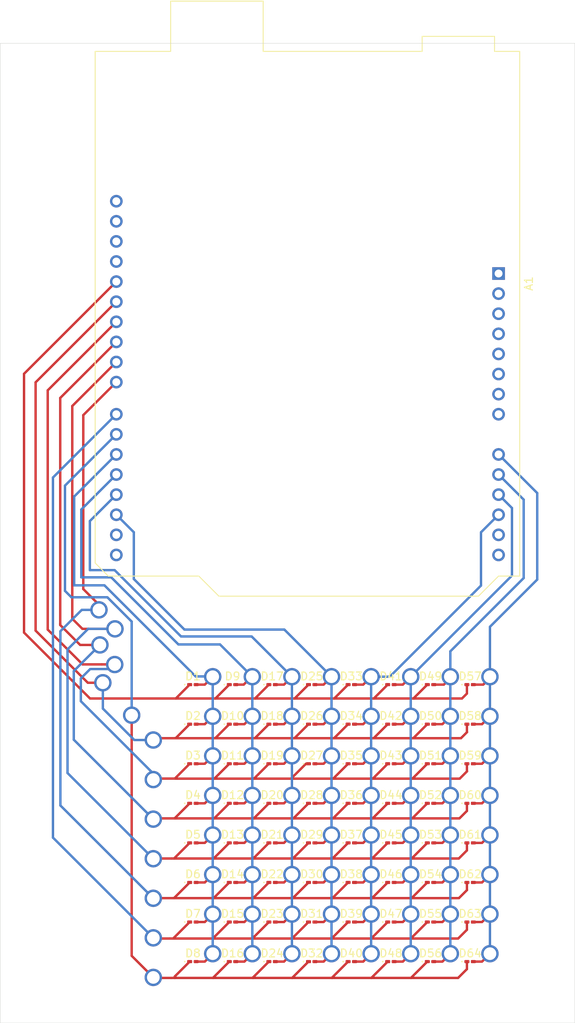
<source format=kicad_pcb>
(kicad_pcb
	(version 20241229)
	(generator "pcbnew")
	(generator_version "9.0")
	(general
		(thickness 1.6)
		(legacy_teardrops no)
	)
	(paper "A4")
	(layers
		(0 "F.Cu" signal)
		(2 "B.Cu" signal)
		(9 "F.Adhes" user "F.Adhesive")
		(11 "B.Adhes" user "B.Adhesive")
		(13 "F.Paste" user)
		(15 "B.Paste" user)
		(5 "F.SilkS" user "F.Silkscreen")
		(7 "B.SilkS" user "B.Silkscreen")
		(1 "F.Mask" user)
		(3 "B.Mask" user)
		(17 "Dwgs.User" user "User.Drawings")
		(19 "Cmts.User" user "User.Comments")
		(21 "Eco1.User" user "User.Eco1")
		(23 "Eco2.User" user "User.Eco2")
		(25 "Edge.Cuts" user)
		(27 "Margin" user)
		(31 "F.CrtYd" user "F.Courtyard")
		(29 "B.CrtYd" user "B.Courtyard")
		(35 "F.Fab" user)
		(33 "B.Fab" user)
		(39 "User.1" user)
		(41 "User.2" user)
		(43 "User.3" user)
		(45 "User.4" user)
	)
	(setup
		(pad_to_mask_clearance 0)
		(allow_soldermask_bridges_in_footprints no)
		(tenting front back)
		(grid_origin 142.62 148.923333)
		(pcbplotparams
			(layerselection 0x00000000_00000000_55555555_5755f5ff)
			(plot_on_all_layers_selection 0x00000000_00000000_00000000_00000000)
			(disableapertmacros no)
			(usegerberextensions no)
			(usegerberattributes yes)
			(usegerberadvancedattributes yes)
			(creategerberjobfile yes)
			(dashed_line_dash_ratio 12.000000)
			(dashed_line_gap_ratio 3.000000)
			(svgprecision 4)
			(plotframeref no)
			(mode 1)
			(useauxorigin no)
			(hpglpennumber 1)
			(hpglpenspeed 20)
			(hpglpendiameter 15.000000)
			(pdf_front_fp_property_popups yes)
			(pdf_back_fp_property_popups yes)
			(pdf_metadata yes)
			(pdf_single_document no)
			(dxfpolygonmode yes)
			(dxfimperialunits yes)
			(dxfusepcbnewfont yes)
			(psnegative no)
			(psa4output no)
			(plot_black_and_white yes)
			(sketchpadsonfab no)
			(plotpadnumbers no)
			(hidednponfab no)
			(sketchdnponfab yes)
			(crossoutdnponfab yes)
			(subtractmaskfromsilk no)
			(outputformat 1)
			(mirror no)
			(drillshape 1)
			(scaleselection 1)
			(outputdirectory "")
		)
	)
	(net 0 "")
	(net 1 "unconnected-(A1-+5V-Pad5)")
	(net 2 "unconnected-(A1-IOREF-Pad2)")
	(net 3 "Net-(A1-A2)")
	(net 4 "unconnected-(A1-GND-Pad7)")
	(net 5 "Net-(A1-D13)")
	(net 6 "unconnected-(A1-VIN-Pad8)")
	(net 7 "unconnected-(A1-D1{slash}TX-Pad16)")
	(net 8 "Net-(A1-D8)")
	(net 9 "unconnected-(A1-SCL{slash}A5-Pad14)")
	(net 10 "Net-(A1-D4)")
	(net 11 "unconnected-(A1-3V3-Pad4)")
	(net 12 "Net-(A1-D3)")
	(net 13 "Net-(A1-D6)")
	(net 14 "unconnected-(A1-D0{slash}RX-Pad15)")
	(net 15 "Net-(A1-D11)")
	(net 16 "Net-(A1-D2)")
	(net 17 "unconnected-(A1-SCL{slash}A5-Pad32)")
	(net 18 "Net-(A1-D7)")
	(net 19 "Net-(A1-D12)")
	(net 20 "unconnected-(A1-AREF-Pad30)")
	(net 21 "Net-(A1-D10)")
	(net 22 "unconnected-(A1-NC-Pad1)")
	(net 23 "Net-(A1-A3)")
	(net 24 "unconnected-(A1-GND-Pad6)")
	(net 25 "Net-(A1-D5)")
	(net 26 "Net-(A1-D9)")
	(net 27 "Net-(A1-A1)")
	(net 28 "unconnected-(A1-GND-Pad29)")
	(net 29 "unconnected-(A1-SDA{slash}A4-Pad31)")
	(net 30 "unconnected-(A1-~{RESET}-Pad3)")
	(net 31 "unconnected-(A1-SDA{slash}A4-Pad13)")
	(net 32 "Net-(A1-A0)")
	(footprint "LED_SMD:LED_0201_0603Metric_Pad0.64x0.40mm_HandSolder" (layer "F.Cu") (at 120 100))
	(footprint "LED_SMD:LED_0201_0603Metric_Pad0.64x0.40mm_HandSolder" (layer "F.Cu") (at 110 125))
	(footprint "LED_SMD:LED_0201_0603Metric_Pad0.64x0.40mm_HandSolder" (layer "F.Cu") (at 120 135))
	(footprint "LED_SMD:LED_0201_0603Metric_Pad0.64x0.40mm_HandSolder" (layer "F.Cu") (at 125 115))
	(footprint "LED_SMD:LED_0201_0603Metric_Pad0.64x0.40mm_HandSolder" (layer "F.Cu") (at 115 135))
	(footprint "LED_SMD:LED_0201_0603Metric_Pad0.64x0.40mm_HandSolder" (layer "F.Cu") (at 105 100))
	(footprint "LED_SMD:LED_0201_0603Metric_Pad0.64x0.40mm_HandSolder" (layer "F.Cu") (at 100 110))
	(footprint "LED_SMD:LED_0201_0603Metric_Pad0.64x0.40mm_HandSolder" (layer "F.Cu") (at 125 120))
	(footprint "LED_SMD:LED_0201_0603Metric_Pad0.64x0.40mm_HandSolder" (layer "F.Cu") (at 135 110))
	(footprint "LED_SMD:LED_0201_0603Metric_Pad0.64x0.40mm_HandSolder" (layer "F.Cu") (at 115 110))
	(footprint "LED_SMD:LED_0201_0603Metric_Pad0.64x0.40mm_HandSolder" (layer "F.Cu") (at 110 110))
	(footprint "LED_SMD:LED_0201_0603Metric_Pad0.64x0.40mm_HandSolder" (layer "F.Cu") (at 115 100))
	(footprint "LED_SMD:LED_0201_0603Metric_Pad0.64x0.40mm_HandSolder" (layer "F.Cu") (at 130 110))
	(footprint "LED_SMD:LED_0201_0603Metric_Pad0.64x0.40mm_HandSolder" (layer "F.Cu") (at 135 135))
	(footprint "LED_SMD:LED_0201_0603Metric_Pad0.64x0.40mm_HandSolder" (layer "F.Cu") (at 120 110))
	(footprint "LED_SMD:LED_0201_0603Metric_Pad0.64x0.40mm_HandSolder" (layer "F.Cu") (at 100 130))
	(footprint "LED_SMD:LED_0201_0603Metric_Pad0.64x0.40mm_HandSolder" (layer "F.Cu") (at 105 120))
	(footprint "LED_SMD:LED_0201_0603Metric_Pad0.64x0.40mm_HandSolder" (layer "F.Cu") (at 130 135))
	(footprint "LED_SMD:LED_0201_0603Metric_Pad0.64x0.40mm_HandSolder" (layer "F.Cu") (at 130 105))
	(footprint "LED_SMD:LED_0201_0603Metric_Pad0.64x0.40mm_HandSolder" (layer "F.Cu") (at 110 105))
	(footprint "LED_SMD:LED_0201_0603Metric_Pad0.64x0.40mm_HandSolder" (layer "F.Cu") (at 105 115))
	(footprint "LED_SMD:LED_0201_0603Metric_Pad0.64x0.40mm_HandSolder" (layer "F.Cu") (at 125 130))
	(footprint "LED_SMD:LED_0201_0603Metric_Pad0.64x0.40mm_HandSolder" (layer "F.Cu") (at 115 125))
	(footprint "LED_SMD:LED_0201_0603Metric_Pad0.64x0.40mm_HandSolder" (layer "F.Cu") (at 115 105))
	(footprint "LED_SMD:LED_0201_0603Metric_Pad0.64x0.40mm_HandSolder" (layer "F.Cu") (at 130 125))
	(footprint "LED_SMD:LED_0201_0603Metric_Pad0.64x0.40mm_HandSolder" (layer "F.Cu") (at 120 120))
	(footprint "LED_SMD:LED_0201_0603Metric_Pad0.64x0.40mm_HandSolder" (layer "F.Cu") (at 125 110))
	(footprint "LED_SMD:LED_0201_0603Metric_Pad0.64x0.40mm_HandSolder" (layer "F.Cu") (at 115 130))
	(footprint "LED_SMD:LED_0201_0603Metric_Pad0.64x0.40mm_HandSolder" (layer "F.Cu") (at 125 105))
	(footprint "LED_SMD:LED_0201_0603Metric_Pad0.64x0.40mm_HandSolder" (layer "F.Cu") (at 110 100))
	(footprint "LED_SMD:LED_0201_0603Metric_Pad0.64x0.40mm_HandSolder" (layer "F.Cu") (at 105 135))
	(footprint "LED_SMD:LED_0201_0603Metric_Pad0.64x0.40mm_HandSolder" (layer "F.Cu") (at 125 135))
	(footprint "LED_SMD:LED_0201_0603Metric_Pad0.64x0.40mm_HandSolder" (layer "F.Cu") (at 100 105))
	(footprint "LED_SMD:LED_0201_0603Metric_Pad0.64x0.40mm_HandSolder" (layer "F.Cu") (at 110 135))
	(footprint "LED_SMD:LED_0201_0603Metric_Pad0.64x0.40mm_HandSolder" (layer "F.Cu") (at 115 115))
	(footprint "LED_SMD:LED_0201_0603Metric_Pad0.64x0.40mm_HandSolder" (layer "F.Cu") (at 125 125))
	(footprint "LED_SMD:LED_0201_0603Metric_Pad0.64x0.40mm_HandSolder" (layer "F.Cu") (at 115 120))
	(footprint "Module:Arduino_UNO_R3_WithMountingHoles" (layer "F.Cu") (at 138.59 48.053333 -90))
	(footprint "LED_SMD:LED_0201_0603Metric_Pad0.64x0.40mm_HandSolder" (layer "F.Cu") (at 135 125))
	(footprint "LED_SMD:LED_0201_0603Metric_Pad0.64x0.40mm_HandSolder" (layer "F.Cu") (at 130 130))
	(footprint "LED_SMD:LED_0201_0603Metric_Pad0.64x0.40mm_HandSolder" (layer "F.Cu") (at 135 130))
	(footprint "LED_SMD:LED_0201_0603Metric_Pad0.64x0.40mm_HandSolder" (layer "F.Cu") (at 110 130))
	(footprint "LED_SMD:LED_0201_0603Metric_Pad0.64x0.40mm_HandSolder" (layer "F.Cu") (at 105 125))
	(footprint "LED_SMD:LED_0201_0603Metric_Pad0.64x0.40mm_HandSolder" (layer "F.Cu") (at 100 125))
	(footprint "LED_SMD:LED_0201_0603Metric_Pad0.64x0.40mm_HandSolder" (layer "F.Cu") (at 130 115))
	(footprint "LED_SMD:LED_0201_0603Metric_Pad0.64x0.40mm_HandSolder" (layer "F.Cu") (at 110 120))
	(footprint "LED_SMD:LED_0201_0603Metric_Pad0.64x0.40mm_HandSolder" (layer "F.Cu") (at 120 105))
	(footprint "LED_SMD:LED_0201_0603Metric_Pad0.64x0.40mm_HandSolder" (layer "F.Cu") (at 125 100))
	(footprint "LED_SMD:LED_0201_0603Metric_Pad0.64x0.40mm_HandSolder"
		(layer "F.Cu")
		(uuid "b41204e1-7bc1-4c3b-a934-f8064c6c2ec4")
		(at 130 100)
		(descr "LED SMD 0201 (0603 Metric), square (rectangular) end terminal, IPC-7351 nominal, (Body size source: https://www.vishay.com/docs/20052/crcw0201e3.pdf), generated with kicad-footprint-generator")
		(tags "LED handsolder")
		(property "Reference" "D49"
			(at 0 -1.05 0)
			(layer "F.SilkS")
			(uuid "ea373ef9-9189-4d0a-bf1a-d801b4197914")
			(effects
				(font
					(size 1 1)
					(thickness 0.15)
				)
			)
		)
		(property "Value" "LED"
			(at 0 1.05 0)
			(layer "F.Fab")
			(uuid "0bdb40c5-d584-4b3f-a642-56bad5ec38f1")
			(effects
				(font
					(size 1 1)
					(thickness 0.15)
				)
			)
		)
		(property "Datasheet" "~"
			(at 0 0 0)
			(layer "F.Fab")
			(hide yes)
			(uuid "c48305dd-2570-463e-8762-1df951be5cde")
			(effects
				(font
					(size 1.27 1.27)
					(thickness 0.15)
				)
			)
		)
		(property "Description" "Light emitting diode"
			(at 0 0 0)
			(layer "F.Fab")
			(hide yes)
			(uuid "b1060ed7-e66c-42bf-a3f6-e7723af4b286")
			(effects
				(font
					(size 1.27 1.27)
					(thickness 0.15)
				)
			)
		)
		(property "Sim.Pins" "1=K 2=A"
			(at 0 0 0)
			(unlocked yes)
			(layer "F.Fab")
			(hide yes)
			(uuid "00dd4f43-44cb-46f8-8bc7-09ee7fc3caf7")
			(effects
				(font
					(size 1 1)
					(thickness 0.15)
				)
			)
		)
		(property ki_fp_filters "LED* LED_SMD:* LED_THT:*")
		(path "/562608cf-c803-4e46-ae37-badb3c1d89c9")
		(sheetname "/")
		(sheetfile "LedMatrix.kicad_sch")
		(attr smd)
		(fp_circle
			(center -1.035 0)
			(end -0.985 0)
			(stroke
				(width 0.1)
				(type solid)
			)
			(fill no)
			(layer "F.SilkS")
			(uuid "7c1fc061-7e76-448b-aa3f-5340b9528c0b")
		)
		(fp_rect
			(start -0.88 -0.35)
			(end 0.88 0.35)
			(stroke
				(width 0.05)
				(type solid)
			)
			(fill no)
			(layer "F.CrtYd")
			(uuid "bc5dc9f9-2a0a-4bee-919e-3b2c209d9de5")
		)
		(fp_line
			(start -0.2 0.15)
			(end -0.2 -0.15)
			(stroke
				(width 0.1)
				(type solid)
			)
			(layer "F.Fab")
			(uuid "72acb9f7-352f-4f22-81d1-b108c157f405")
		)
		(fp_line
			(start -0.1 0.15)
			(end -0.1 -0.15)
			(stroke
				(width 0.1)
				(type solid)
			)
			(layer "F.Fab")
			(uuid "4eaae487-ffed-4926-b5ab-5513c2b66010")
		)
		(fp_rect
			(start -0.3 -0.15)
			(end 0.3 0.15)
			(stroke
				(width 0.1)
				(type solid)
			)
			(fill no)
			(layer "F.Fab")
			(uuid "ace2ee72-208d-46c7-86f5-4933af3a7397")
		)
		(fp_text user "${REFERENCE}"
			(at 0 -0.68 0)
			(layer "F.Fab")
			(uuid "429ba3f5-2aa3-4bca-ba92-1f7519b83318")
			(effects
				(font
					(size 0.25 0.25)
					(thickness 0.04)
				)
			)
		)
		(pad "" smd roundrect
			(at -0.4325 0)
			(size 0.458 0.36)
			(layers "F.Paste")
			(roundrect_rratio 0.25)
			(uuid "57de345a-efd7-4209-85a5-80348a9335aa")
		)
		(pad "" smd roundrect
			(at 0.4325 0)
			(size 0.458 0.36)
			(layers "F.Paste")
			(roundrect_rratio 0.25)
			(uuid "d9d9af6d-0c33-4dad-bbeb-0ccb82faaf4c")
		)
		(pad "1" smd roundrect
			(at -0.4075 0)
			(
... [139504 chars truncated]
</source>
